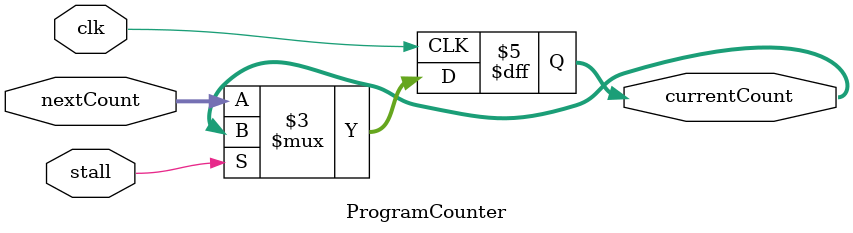
<source format=v>
/*
Module name   : Program Counter
Author	      : Ziad Sherif
Functionality : Register we store next address instruction
*/

module ProgramCounter (
    clk,
    stall,
    nextCount,
    currentCount
);


  input [31:0] nextCount;
  input stall;
  input clk;
  output reg [31:0] currentCount;


  always @(posedge clk) begin
    //  if there is no stalling
    if (stall != 1) currentCount <= nextCount;
  end

endmodule

</source>
